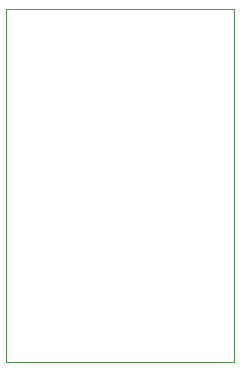
<source format=gbr>
G04 #@! TF.GenerationSoftware,KiCad,Pcbnew,(5.1.6)-1*
G04 #@! TF.CreationDate,2020-08-10T17:54:01+03:00*
G04 #@! TF.ProjectId,Sharp_11pin_to_15pin_Adapter,53686172-705f-4313-9170-696e5f746f5f,rev?*
G04 #@! TF.SameCoordinates,Original*
G04 #@! TF.FileFunction,Profile,NP*
%FSLAX46Y46*%
G04 Gerber Fmt 4.6, Leading zero omitted, Abs format (unit mm)*
G04 Created by KiCad (PCBNEW (5.1.6)-1) date 2020-08-10 17:54:01*
%MOMM*%
%LPD*%
G01*
G04 APERTURE LIST*
G04 #@! TA.AperFunction,Profile*
%ADD10C,0.050000*%
G04 #@! TD*
G04 APERTURE END LIST*
D10*
X126746000Y-99060000D02*
X146050000Y-99060000D01*
X126746000Y-128905000D02*
X126746000Y-99060000D01*
X146050000Y-128905000D02*
X126746000Y-128905000D01*
X146050000Y-99060000D02*
X146050000Y-128905000D01*
M02*

</source>
